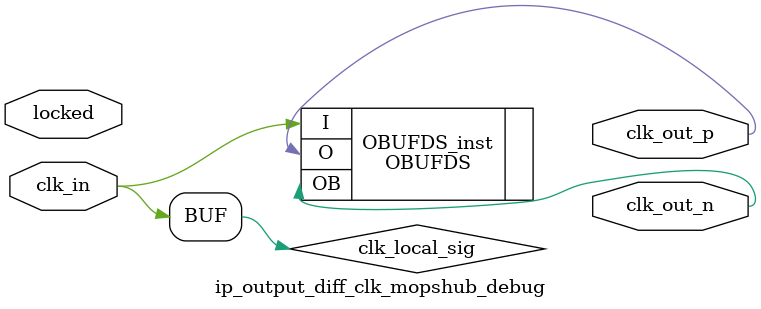
<source format=v>

`resetall
`timescale 1ns/10ps
module ip_output_diff_clk_mopshub_debug( 
   input   wire      clk_in, 
   input   wire      locked,
   output  wire      clk_out_p,
   output  wire      clk_out_n 
);
// Internal Declarations
   wire clk_local_sig;
//   ODDR #( //Output DDR Primitive
//      .DDR_CLK_EDGE("SAME_EDGE"), // "OPPOSITE_EDGE" or "SAME_EDGE" 
//      .INIT(1'b0),    // Initial value of Q: 1'b0 or 1'b1
//      .SRTYPE("SYNC") // Set/Reset type: "SYNC" or "ASYNC" 
//   )ODDR_CLK(
//      .Q(clk_local_sig),  // 1-bit DDR output
//      .C(clk_in),   // 1-bit clock input
//      .CE(locked), // 1-bit clock enable input
//      .D1(1'b1), // 1-bit data input (positive edge)
//      .D2(1'b0), // 1-bit data input (negative edge) // it was 1'b0
//      .R(1'b0),  // 1-bit reset
//      .S(1'b0)   // 1-bit set
//   );
assign clk_local_sig =clk_in;
   OBUFDS OBUFDS_inst (
      .O(clk_out_p),     // Diff_p output (connect directly to top-level port)
      .OB(clk_out_n),   // Diff_n output (connect directly to top-level port)
      .I(clk_local_sig)      // Buffer input
    );
endmodule	

</source>
